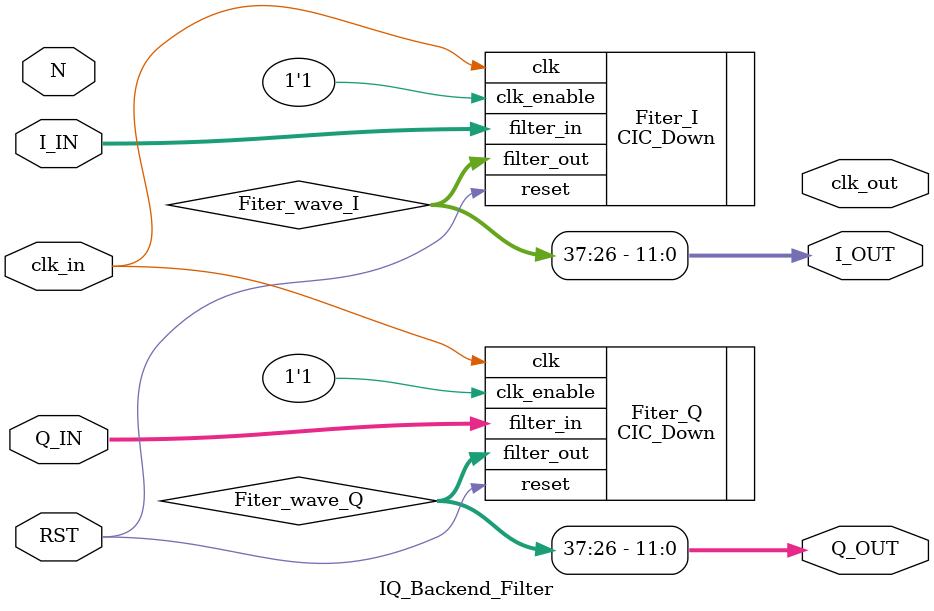
<source format=v>
module IQ_Backend_Filter #(
	parameter CNT_WIDTH = 8,
	parameter INPUT_WIDTH = 12,
	parameter OUTPUT_WIDTH = 12
)
(
    input                         clk_in,
    output                        clk_out,  
    input                         RST,

    input  [CNT_WIDTH - 1 : 0]    N,

    input  [INPUT_WIDTH - 1 : 0]  I_IN,
    input  [INPUT_WIDTH - 1 : 0]  Q_IN,

    output [OUTPUT_WIDTH - 1 : 0] I_OUT,
    output [OUTPUT_WIDTH - 1 : 0] Q_OUT
);

wire        [37:0] Fiter_wave_I;
CIC_Down Fiter_I(
    .clk(clk_in),
    .clk_enable(1'd1),
    .reset(RST),
    .filter_in(I_IN),
    .filter_out(Fiter_wave_I)
);
assign I_OUT = Fiter_wave_I[37 : 38 - OUTPUT_WIDTH];

wire        [37:0] Fiter_wave_Q;
CIC_Down Fiter_Q(
    .clk(clk_in),
    .clk_enable(1'd1),
    .reset(RST),
    .filter_in(Q_IN),
    .filter_out(Fiter_wave_Q)
);
assign Q_OUT = Fiter_wave_Q[37 : 38 - OUTPUT_WIDTH];

endmodule
</source>
